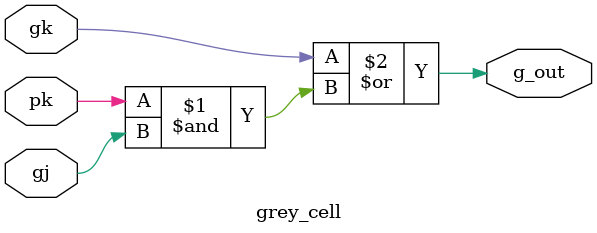
<source format=v>
module black_cell (
  input  wire gk,
  pk,
  gj,
  pj,
  output wire g_out,
  p_out
);
  assign g_out = gk | (pk & gj);
  assign p_out = pk & pj;
endmodule

module grey_cell (
  input  wire gk,
  pk,
  gj,
  output wire g_out
);
  assign g_out = gk | (pk & gj);
endmodule

</source>
